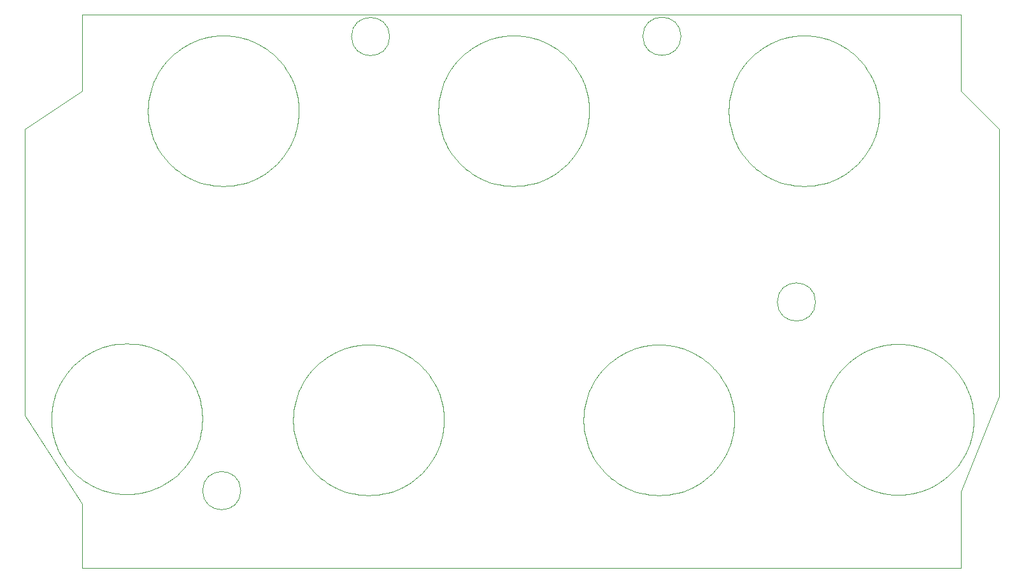
<source format=gbr>
%TF.GenerationSoftware,KiCad,Pcbnew,7.0.9*%
%TF.CreationDate,2024-04-07T12:25:57+10:00*%
%TF.ProjectId,INT-LT-F18,494e542d-4c54-42d4-9631-382e6b696361,rev?*%
%TF.SameCoordinates,Original*%
%TF.FileFunction,Profile,NP*%
%FSLAX46Y46*%
G04 Gerber Fmt 4.6, Leading zero omitted, Abs format (unit mm)*
G04 Created by KiCad (PCBNEW 7.0.9) date 2024-04-07 12:25:57*
%MOMM*%
%LPD*%
G01*
G04 APERTURE LIST*
%TA.AperFunction,Profile*%
%ADD10C,0.100000*%
%TD*%
G04 APERTURE END LIST*
D10*
X76200000Y-45720000D02*
X76200000Y-55880000D01*
X76200000Y-45720000D02*
X193040000Y-45720000D01*
X114942695Y-89707137D02*
X115589288Y-89770095D01*
X116231664Y-89875024D01*
X116867713Y-90021925D01*
X117495328Y-90210797D01*
X118112399Y-90441641D01*
X118716818Y-90714457D01*
X119306476Y-91029244D01*
X119593753Y-91201542D01*
X119873920Y-91382510D01*
X120146845Y-91571920D01*
X120412396Y-91769545D01*
X120670442Y-91975155D01*
X120920850Y-92188523D01*
X121163488Y-92409419D01*
X121398226Y-92637617D01*
X121624931Y-92872887D01*
X121843472Y-93115002D01*
X122053716Y-93363733D01*
X122255532Y-93618851D01*
X122448788Y-93880129D01*
X122633352Y-94147338D01*
X122809093Y-94420251D01*
X122975878Y-94698638D01*
X123133576Y-94982271D01*
X123282055Y-95270923D01*
X123421184Y-95564364D01*
X123550830Y-95862368D01*
X123670862Y-96164704D01*
X123781147Y-96471146D01*
X123881555Y-96781464D01*
X123971953Y-97095431D01*
X124052210Y-97412818D01*
X124122193Y-97733398D01*
X124181771Y-98056941D01*
X124230812Y-98383219D01*
X124269185Y-98712004D01*
X124296757Y-99043069D01*
X124313397Y-99376184D01*
X124318973Y-99711121D01*
X124296757Y-100379175D01*
X124230812Y-101039026D01*
X124122193Y-101688849D01*
X123971953Y-102326816D01*
X123781147Y-102951102D01*
X123550830Y-103559881D01*
X123282055Y-104151327D01*
X122975878Y-104723613D01*
X122633352Y-105274913D01*
X122255532Y-105803401D01*
X121843472Y-106307251D01*
X121398226Y-106784637D01*
X120920850Y-107233732D01*
X120412396Y-107652711D01*
X119873920Y-108039747D01*
X119306476Y-108393014D01*
X118716818Y-108707801D01*
X118112399Y-108980616D01*
X117495328Y-109211459D01*
X116867713Y-109400331D01*
X116231664Y-109547232D01*
X115589288Y-109652161D01*
X114942695Y-109715118D01*
X114293994Y-109736104D01*
X113645292Y-109715118D01*
X112998699Y-109652161D01*
X112356323Y-109547232D01*
X111720273Y-109400331D01*
X111092658Y-109211459D01*
X110475585Y-108980616D01*
X109871165Y-108707801D01*
X109281505Y-108393014D01*
X108994229Y-108220715D01*
X108714062Y-108039747D01*
X108441137Y-107850336D01*
X108175587Y-107652711D01*
X107917542Y-107447100D01*
X107667134Y-107233732D01*
X107424496Y-107012835D01*
X107189758Y-106784637D01*
X106963053Y-106549366D01*
X106744513Y-106307251D01*
X106534269Y-106058520D01*
X106332454Y-105803401D01*
X106139198Y-105542122D01*
X105954634Y-105274913D01*
X105778894Y-105002000D01*
X105612109Y-104723613D01*
X105454411Y-104439979D01*
X105305932Y-104151327D01*
X105166804Y-103857885D01*
X105037158Y-103559881D01*
X104917126Y-103257544D01*
X104806841Y-102951102D01*
X104706433Y-102640784D01*
X104616035Y-102326816D01*
X104535779Y-102009428D01*
X104465796Y-101688849D01*
X104406218Y-101365305D01*
X104357177Y-101039026D01*
X104318804Y-100710240D01*
X104291232Y-100379175D01*
X104274592Y-100046060D01*
X104269016Y-99711121D01*
X104291232Y-99043069D01*
X104357177Y-98383219D01*
X104465796Y-97733398D01*
X104616035Y-97095432D01*
X104806841Y-96471147D01*
X105037158Y-95862369D01*
X105305932Y-95270924D01*
X105612109Y-94698639D01*
X105954634Y-94147340D01*
X106332454Y-93618853D01*
X106744513Y-93115004D01*
X107189758Y-92637619D01*
X107667134Y-92188524D01*
X108175587Y-91769546D01*
X108714062Y-91382511D01*
X109281505Y-91029244D01*
X109871165Y-90714457D01*
X110475585Y-90441641D01*
X111092658Y-90210797D01*
X111720273Y-90021925D01*
X112356323Y-89875024D01*
X112998699Y-89770095D01*
X113645292Y-89707137D01*
X114293994Y-89686151D01*
X114942695Y-89707137D01*
X76200000Y-119380000D02*
X76192385Y-110866051D01*
X173714195Y-83995078D02*
G75*
G03*
X173714195Y-83995078I-2540000J0D01*
G01*
X68580000Y-99060000D02*
X68580000Y-60960000D01*
X198120000Y-96520000D02*
X193040000Y-109220000D01*
X193040000Y-109220000D02*
X193040000Y-119380000D01*
X193040000Y-55880000D02*
X198120000Y-60960000D01*
X82809647Y-89567771D02*
X83456240Y-89630728D01*
X84098616Y-89735657D01*
X84734666Y-89882558D01*
X85362282Y-90071430D01*
X85979353Y-90302274D01*
X86583772Y-90575090D01*
X87173430Y-90889878D01*
X87460707Y-91062176D01*
X87740874Y-91243144D01*
X88013799Y-91432555D01*
X88279350Y-91630179D01*
X88537396Y-91835790D01*
X88787804Y-92049158D01*
X89030443Y-92270054D01*
X89265180Y-92498252D01*
X89491885Y-92733523D01*
X89710425Y-92975638D01*
X89920669Y-93224368D01*
X90122485Y-93479487D01*
X90315740Y-93740765D01*
X90500304Y-94007975D01*
X90676044Y-94280887D01*
X90842829Y-94559274D01*
X91000527Y-94842908D01*
X91149006Y-95131560D01*
X91288134Y-95425001D01*
X91417779Y-95723005D01*
X91537811Y-96025341D01*
X91648096Y-96331783D01*
X91748503Y-96642102D01*
X91838901Y-96956069D01*
X91919157Y-97273457D01*
X91989140Y-97594036D01*
X92048718Y-97917579D01*
X92097759Y-98243858D01*
X92136131Y-98572644D01*
X92163703Y-98903709D01*
X92180343Y-99236824D01*
X92185919Y-99571762D01*
X92163703Y-100239816D01*
X92097759Y-100899666D01*
X91989140Y-101549488D01*
X91838901Y-102187455D01*
X91648096Y-102811741D01*
X91417779Y-103420519D01*
X91149006Y-104011964D01*
X90842829Y-104584250D01*
X90500304Y-105135549D01*
X90122485Y-105664037D01*
X89710425Y-106167886D01*
X89265180Y-106645271D01*
X88787804Y-107094366D01*
X88279350Y-107513344D01*
X87740874Y-107900379D01*
X87173430Y-108253645D01*
X86583772Y-108568432D01*
X85979353Y-108841248D01*
X85362282Y-109072092D01*
X84734666Y-109260964D01*
X84098616Y-109407865D01*
X83456240Y-109512794D01*
X82809647Y-109575752D01*
X82160944Y-109596737D01*
X81512242Y-109575752D01*
X80865648Y-109512794D01*
X80223272Y-109407865D01*
X79587222Y-109260965D01*
X78959607Y-109072092D01*
X78342536Y-108841248D01*
X77738117Y-108568433D01*
X77148459Y-108253645D01*
X76861181Y-108081347D01*
X76581013Y-107900379D01*
X76308088Y-107710968D01*
X76042536Y-107513343D01*
X75784490Y-107307733D01*
X75534082Y-107094365D01*
X75291443Y-106873468D01*
X75056705Y-106645271D01*
X74830000Y-106410000D01*
X74611460Y-106167885D01*
X74401216Y-105919155D01*
X74199401Y-105664036D01*
X74006145Y-105402758D01*
X73821582Y-105135548D01*
X73645841Y-104862636D01*
X73479057Y-104584249D01*
X73321359Y-104300615D01*
X73172881Y-104011964D01*
X73033753Y-103718522D01*
X72904107Y-103420519D01*
X72784076Y-103118182D01*
X72673791Y-102811740D01*
X72573384Y-102501422D01*
X72482987Y-102187455D01*
X72402731Y-101870067D01*
X72332748Y-101549488D01*
X72273170Y-101225945D01*
X72224130Y-100899666D01*
X72185757Y-100570880D01*
X72158185Y-100239816D01*
X72141545Y-99906700D01*
X72135970Y-99571762D01*
X72158185Y-98903709D01*
X72224130Y-98243858D01*
X72332748Y-97594036D01*
X72482987Y-96956069D01*
X72673791Y-96331783D01*
X72904107Y-95723005D01*
X73172881Y-95131560D01*
X73479057Y-94559274D01*
X73821582Y-94007975D01*
X74199401Y-93479487D01*
X74611460Y-92975638D01*
X75056705Y-92498252D01*
X75534082Y-92049158D01*
X76042536Y-91630179D01*
X76581013Y-91243144D01*
X77148459Y-90889878D01*
X77738117Y-90575090D01*
X78342536Y-90302274D01*
X78959607Y-90071430D01*
X79587222Y-89882558D01*
X80223272Y-89735657D01*
X80865648Y-89630728D01*
X81512242Y-89567771D01*
X82160944Y-89546785D01*
X82809647Y-89567771D01*
X153550689Y-89707136D02*
X154197283Y-89770094D01*
X154839660Y-89875023D01*
X155475711Y-90021923D01*
X156103328Y-90210795D01*
X156720402Y-90441639D01*
X157324824Y-90714454D01*
X157914486Y-91029240D01*
X158201762Y-91201538D01*
X158481928Y-91382507D01*
X158754851Y-91571918D01*
X159020402Y-91769542D01*
X159278446Y-91975153D01*
X159528853Y-92188521D01*
X159771491Y-92409417D01*
X160006228Y-92637615D01*
X160232933Y-92872886D01*
X160451472Y-93115001D01*
X160661716Y-93363731D01*
X160863531Y-93618850D01*
X161056787Y-93880128D01*
X161241350Y-94147338D01*
X161417090Y-94420250D01*
X161583875Y-94698637D01*
X161741573Y-94982271D01*
X161890052Y-95270923D01*
X162029180Y-95564364D01*
X162158826Y-95862367D01*
X162278857Y-96164704D01*
X162389143Y-96471146D01*
X162489550Y-96781464D01*
X162579948Y-97095431D01*
X162660204Y-97412818D01*
X162730187Y-97733398D01*
X162789765Y-98056941D01*
X162838807Y-98383219D01*
X162877179Y-98712004D01*
X162904751Y-99043069D01*
X162921391Y-99376184D01*
X162926967Y-99711121D01*
X162904751Y-100379175D01*
X162838807Y-101039026D01*
X162730187Y-101688849D01*
X162579948Y-102326816D01*
X162389143Y-102951102D01*
X162158826Y-103559881D01*
X161890052Y-104151327D01*
X161583875Y-104723613D01*
X161241350Y-105274913D01*
X160863531Y-105803401D01*
X160451472Y-106307251D01*
X160006228Y-106784637D01*
X159528853Y-107233732D01*
X159020402Y-107652711D01*
X158481928Y-108039747D01*
X157914486Y-108393014D01*
X157324824Y-108707801D01*
X156720402Y-108980616D01*
X156103329Y-109211459D01*
X155475712Y-109400331D01*
X154839662Y-109547232D01*
X154197286Y-109652161D01*
X153550692Y-109715118D01*
X152901991Y-109736104D01*
X152253289Y-109715118D01*
X151606696Y-109652161D01*
X150964321Y-109547232D01*
X150328272Y-109400331D01*
X149700657Y-109211459D01*
X149083585Y-108980616D01*
X148479166Y-108707801D01*
X147889507Y-108393014D01*
X147602230Y-108220715D01*
X147322064Y-108039747D01*
X147049139Y-107850336D01*
X146783589Y-107652711D01*
X146525543Y-107447100D01*
X146275136Y-107233732D01*
X146032497Y-107012835D01*
X145797760Y-106784637D01*
X145571055Y-106549366D01*
X145352515Y-106307251D01*
X145142271Y-106058520D01*
X144940456Y-105803401D01*
X144747200Y-105542122D01*
X144562636Y-105274913D01*
X144386896Y-105002000D01*
X144220111Y-104723613D01*
X144062413Y-104439979D01*
X143913934Y-104151327D01*
X143774805Y-103857885D01*
X143645160Y-103559881D01*
X143525128Y-103257544D01*
X143414843Y-102951102D01*
X143314435Y-102640784D01*
X143224037Y-102326816D01*
X143143781Y-102009428D01*
X143073798Y-101688849D01*
X143014220Y-101365305D01*
X142965178Y-101039026D01*
X142926806Y-100710240D01*
X142899234Y-100379175D01*
X142882594Y-100046060D01*
X142877018Y-99711121D01*
X142899234Y-99043069D01*
X142965178Y-98383219D01*
X143073798Y-97733398D01*
X143224037Y-97095432D01*
X143414842Y-96471147D01*
X143645159Y-95862369D01*
X143913933Y-95270924D01*
X144220110Y-94698639D01*
X144562635Y-94147340D01*
X144940454Y-93618853D01*
X145352512Y-93115004D01*
X145797757Y-92637619D01*
X146275132Y-92188524D01*
X146783583Y-91769546D01*
X147322057Y-91382511D01*
X147889499Y-91029244D01*
X148479158Y-90714457D01*
X149083578Y-90441641D01*
X149700650Y-90210797D01*
X150328265Y-90021925D01*
X150964315Y-89875024D01*
X151606691Y-89770094D01*
X152253284Y-89707137D01*
X152901987Y-89686151D01*
X153550689Y-89707136D01*
X117092078Y-48667995D02*
G75*
G03*
X117092078Y-48667995I-2540000J0D01*
G01*
X193040000Y-45720000D02*
X193040000Y-55880000D01*
X185357162Y-89643734D02*
X186003755Y-89706691D01*
X186646131Y-89811620D01*
X187282181Y-89958521D01*
X187909797Y-90147393D01*
X188526868Y-90378237D01*
X189131287Y-90651053D01*
X189720945Y-90965841D01*
X190008222Y-91138139D01*
X190288389Y-91319107D01*
X190561314Y-91508518D01*
X190826865Y-91706142D01*
X191084911Y-91911753D01*
X191335319Y-92125121D01*
X191577958Y-92346017D01*
X191812695Y-92574215D01*
X192039400Y-92809486D01*
X192257940Y-93051601D01*
X192468184Y-93300331D01*
X192670000Y-93555450D01*
X192863255Y-93816728D01*
X193047819Y-94083938D01*
X193223559Y-94356850D01*
X193390344Y-94635237D01*
X193548042Y-94918871D01*
X193696521Y-95207523D01*
X193835649Y-95500964D01*
X193965294Y-95798968D01*
X194085326Y-96101304D01*
X194195611Y-96407746D01*
X194296018Y-96718065D01*
X194386416Y-97032032D01*
X194466672Y-97349420D01*
X194536655Y-97669999D01*
X194596233Y-97993542D01*
X194645274Y-98319821D01*
X194683646Y-98648607D01*
X194711218Y-98979672D01*
X194727858Y-99312787D01*
X194733434Y-99647725D01*
X194711218Y-100315779D01*
X194645274Y-100975629D01*
X194536655Y-101625451D01*
X194386416Y-102263418D01*
X194195611Y-102887704D01*
X193965294Y-103496482D01*
X193696521Y-104087927D01*
X193390344Y-104660213D01*
X193047819Y-105211512D01*
X192670000Y-105740000D01*
X192257940Y-106243849D01*
X191812695Y-106721234D01*
X191335319Y-107170329D01*
X190826865Y-107589307D01*
X190288389Y-107976342D01*
X189720945Y-108329608D01*
X189131287Y-108644395D01*
X188526868Y-108917211D01*
X187909797Y-109148055D01*
X187282181Y-109336927D01*
X186646131Y-109483828D01*
X186003755Y-109588757D01*
X185357162Y-109651715D01*
X184708459Y-109672700D01*
X184059757Y-109651715D01*
X183413163Y-109588757D01*
X182770787Y-109483828D01*
X182134737Y-109336928D01*
X181507122Y-109148055D01*
X180890051Y-108917211D01*
X180285632Y-108644396D01*
X179695974Y-108329608D01*
X179408696Y-108157310D01*
X179128528Y-107976342D01*
X178855603Y-107786931D01*
X178590051Y-107589306D01*
X178332005Y-107383696D01*
X178081597Y-107170328D01*
X177838958Y-106949431D01*
X177604220Y-106721234D01*
X177377515Y-106485963D01*
X177158975Y-106243848D01*
X176948731Y-105995118D01*
X176746916Y-105739999D01*
X176553660Y-105478721D01*
X176369097Y-105211511D01*
X176193356Y-104938599D01*
X176026572Y-104660212D01*
X175868874Y-104376578D01*
X175720396Y-104087927D01*
X175581268Y-103794485D01*
X175451622Y-103496482D01*
X175331591Y-103194145D01*
X175221306Y-102887703D01*
X175120899Y-102577385D01*
X175030502Y-102263418D01*
X174950246Y-101946030D01*
X174880263Y-101625451D01*
X174820685Y-101301908D01*
X174771645Y-100975629D01*
X174733272Y-100646843D01*
X174705700Y-100315779D01*
X174689060Y-99982663D01*
X174683485Y-99647725D01*
X174705700Y-98979672D01*
X174771645Y-98319821D01*
X174880263Y-97669999D01*
X175030502Y-97032032D01*
X175221306Y-96407746D01*
X175451622Y-95798968D01*
X175720396Y-95207523D01*
X176026572Y-94635237D01*
X176369097Y-94083938D01*
X176746916Y-93555450D01*
X177158975Y-93051601D01*
X177604220Y-92574215D01*
X178081597Y-92125121D01*
X178590051Y-91706142D01*
X179128528Y-91319107D01*
X179695974Y-90965841D01*
X180285632Y-90651053D01*
X180890051Y-90378237D01*
X181507122Y-90147393D01*
X182134737Y-89958521D01*
X182770787Y-89811620D01*
X183413163Y-89706691D01*
X184059757Y-89643734D01*
X184708459Y-89622748D01*
X185357162Y-89643734D01*
X68580000Y-60960000D02*
X76200000Y-55880000D01*
X97301398Y-109115064D02*
G75*
G03*
X97301398Y-109115064I-2540000J0D01*
G01*
X95638698Y-48559135D02*
X96285291Y-48622092D01*
X96927667Y-48727021D01*
X97563717Y-48873922D01*
X98191332Y-49062794D01*
X98808404Y-49293638D01*
X99412824Y-49566454D01*
X100002483Y-49881242D01*
X100289760Y-50053540D01*
X100569927Y-50234508D01*
X100842852Y-50423919D01*
X101108403Y-50621543D01*
X101366448Y-50827154D01*
X101616856Y-51040522D01*
X101859494Y-51261418D01*
X102094232Y-51489616D01*
X102320937Y-51724887D01*
X102539477Y-51967002D01*
X102749721Y-52215732D01*
X102951536Y-52470851D01*
X103144792Y-52732129D01*
X103329356Y-52999339D01*
X103505096Y-53272251D01*
X103671881Y-53550638D01*
X103829579Y-53834272D01*
X103978058Y-54122924D01*
X104117186Y-54416365D01*
X104246831Y-54714369D01*
X104366863Y-55016705D01*
X104477148Y-55323147D01*
X104577556Y-55633466D01*
X104667953Y-55947433D01*
X104748210Y-56264821D01*
X104818193Y-56585400D01*
X104877771Y-56908943D01*
X104926812Y-57235222D01*
X104965184Y-57564008D01*
X104992757Y-57895073D01*
X105009396Y-58228188D01*
X105014972Y-58563126D01*
X104992757Y-59231180D01*
X104926812Y-59891030D01*
X104818193Y-60540852D01*
X104667953Y-61178819D01*
X104477148Y-61803105D01*
X104246831Y-62411883D01*
X103978058Y-63003328D01*
X103671881Y-63575614D01*
X103329356Y-64126913D01*
X102951536Y-64655401D01*
X102539477Y-65159250D01*
X102094232Y-65636635D01*
X101616856Y-66085730D01*
X101108403Y-66504708D01*
X100569927Y-66891743D01*
X100002483Y-67245009D01*
X99412824Y-67559796D01*
X98808404Y-67832612D01*
X98191332Y-68063456D01*
X97563717Y-68252328D01*
X96927667Y-68399229D01*
X96285291Y-68504158D01*
X95638698Y-68567116D01*
X94989996Y-68588101D01*
X94341294Y-68567116D01*
X93694700Y-68504158D01*
X93052324Y-68399229D01*
X92416274Y-68252329D01*
X91788659Y-68063456D01*
X91171587Y-67832612D01*
X90567167Y-67559797D01*
X89977508Y-67245009D01*
X89690231Y-67072711D01*
X89410064Y-66891743D01*
X89137140Y-66702332D01*
X88871589Y-66504707D01*
X88613543Y-66299097D01*
X88363136Y-66085729D01*
X88120497Y-65864832D01*
X87885759Y-65636635D01*
X87659055Y-65401364D01*
X87440515Y-65159249D01*
X87230271Y-64910519D01*
X87028455Y-64655400D01*
X86835200Y-64394122D01*
X86650636Y-64126912D01*
X86474895Y-63854000D01*
X86308110Y-63575613D01*
X86150413Y-63291979D01*
X86001934Y-63003328D01*
X85862805Y-62709886D01*
X85733160Y-62411883D01*
X85613128Y-62109546D01*
X85502843Y-61803104D01*
X85402436Y-61492786D01*
X85312038Y-61178819D01*
X85231782Y-60861431D01*
X85161799Y-60540852D01*
X85102221Y-60217309D01*
X85053179Y-59891030D01*
X85014807Y-59562244D01*
X84987235Y-59231180D01*
X84970595Y-58898064D01*
X84965019Y-58563126D01*
X84987235Y-57895073D01*
X85053179Y-57235222D01*
X85161799Y-56585400D01*
X85312038Y-55947433D01*
X85502843Y-55323147D01*
X85733160Y-54714369D01*
X86001934Y-54122924D01*
X86308110Y-53550638D01*
X86650636Y-52999339D01*
X87028455Y-52470851D01*
X87440515Y-51967002D01*
X87885759Y-51489616D01*
X88363136Y-51040522D01*
X88871589Y-50621543D01*
X89410064Y-50234508D01*
X89977508Y-49881242D01*
X90567167Y-49566454D01*
X91171587Y-49293638D01*
X91788659Y-49062794D01*
X92416274Y-48873922D01*
X93052324Y-48727021D01*
X93694700Y-48622092D01*
X94341294Y-48559135D01*
X94989996Y-48538149D01*
X95638698Y-48559135D01*
X172854696Y-48559135D02*
X173501289Y-48622092D01*
X174143665Y-48727021D01*
X174779715Y-48873922D01*
X175407331Y-49062794D01*
X176024402Y-49293638D01*
X176628821Y-49566454D01*
X177218479Y-49881242D01*
X177505756Y-50053540D01*
X177785923Y-50234508D01*
X178058848Y-50423919D01*
X178324399Y-50621543D01*
X178582445Y-50827154D01*
X178832853Y-51040522D01*
X179075492Y-51261418D01*
X179310229Y-51489616D01*
X179536934Y-51724887D01*
X179755474Y-51967002D01*
X179965718Y-52215732D01*
X180167534Y-52470851D01*
X180360789Y-52732129D01*
X180545353Y-52999339D01*
X180721093Y-53272251D01*
X180887878Y-53550638D01*
X181045576Y-53834272D01*
X181194055Y-54122924D01*
X181333183Y-54416365D01*
X181462828Y-54714369D01*
X181582860Y-55016705D01*
X181693145Y-55323147D01*
X181793552Y-55633466D01*
X181883950Y-55947433D01*
X181964206Y-56264821D01*
X182034189Y-56585400D01*
X182093767Y-56908943D01*
X182142808Y-57235222D01*
X182181180Y-57564008D01*
X182208752Y-57895073D01*
X182225392Y-58228188D01*
X182230968Y-58563126D01*
X182208752Y-59231180D01*
X182142808Y-59891030D01*
X182034189Y-60540852D01*
X181883950Y-61178819D01*
X181693145Y-61803105D01*
X181462828Y-62411883D01*
X181194055Y-63003328D01*
X180887878Y-63575614D01*
X180545353Y-64126913D01*
X180167534Y-64655401D01*
X179755474Y-65159250D01*
X179310229Y-65636635D01*
X178832853Y-66085730D01*
X178324399Y-66504708D01*
X177785923Y-66891743D01*
X177218479Y-67245009D01*
X176628821Y-67559796D01*
X176024402Y-67832612D01*
X175407331Y-68063456D01*
X174779715Y-68252328D01*
X174143665Y-68399229D01*
X173501289Y-68504158D01*
X172854696Y-68567116D01*
X172205993Y-68588101D01*
X171557291Y-68567116D01*
X170910697Y-68504158D01*
X170268321Y-68399229D01*
X169632271Y-68252329D01*
X169004656Y-68063456D01*
X168387585Y-67832612D01*
X167783166Y-67559797D01*
X167193508Y-67245009D01*
X166906230Y-67072711D01*
X166626062Y-66891743D01*
X166353137Y-66702332D01*
X166087585Y-66504707D01*
X165829539Y-66299097D01*
X165579131Y-66085729D01*
X165336492Y-65864832D01*
X165101754Y-65636635D01*
X164875049Y-65401364D01*
X164656509Y-65159249D01*
X164446265Y-64910519D01*
X164244450Y-64655400D01*
X164051194Y-64394122D01*
X163866631Y-64126912D01*
X163690890Y-63854000D01*
X163524106Y-63575613D01*
X163366408Y-63291979D01*
X163217930Y-63003328D01*
X163078802Y-62709886D01*
X162949156Y-62411883D01*
X162829125Y-62109546D01*
X162718840Y-61803104D01*
X162618433Y-61492786D01*
X162528036Y-61178819D01*
X162447780Y-60861431D01*
X162377797Y-60540852D01*
X162318219Y-60217309D01*
X162269179Y-59891030D01*
X162230806Y-59562244D01*
X162203234Y-59231180D01*
X162186594Y-58898064D01*
X162181019Y-58563126D01*
X162203234Y-57895073D01*
X162269179Y-57235222D01*
X162377797Y-56585400D01*
X162528036Y-55947433D01*
X162718840Y-55323147D01*
X162949156Y-54714369D01*
X163217930Y-54122924D01*
X163524106Y-53550638D01*
X163866631Y-52999339D01*
X164244450Y-52470851D01*
X164656509Y-51967002D01*
X165101754Y-51489616D01*
X165579131Y-51040522D01*
X166087585Y-50621543D01*
X166626062Y-50234508D01*
X167193508Y-49881242D01*
X167783166Y-49566454D01*
X168387585Y-49293638D01*
X169004656Y-49062794D01*
X169632271Y-48873922D01*
X170268321Y-48727021D01*
X170910697Y-48622092D01*
X171557291Y-48559135D01*
X172205993Y-48538149D01*
X172854696Y-48559135D01*
X193040000Y-119380000D02*
X76200000Y-119380000D01*
X134246693Y-48559135D02*
X134893286Y-48622092D01*
X135535662Y-48727021D01*
X136171712Y-48873922D01*
X136799327Y-49062794D01*
X137416398Y-49293638D01*
X138020818Y-49566454D01*
X138610477Y-49881242D01*
X138897754Y-50053540D01*
X139177920Y-50234508D01*
X139450845Y-50423919D01*
X139716396Y-50621543D01*
X139974441Y-50827154D01*
X140224849Y-51040522D01*
X140467488Y-51261418D01*
X140702225Y-51489616D01*
X140928930Y-51724887D01*
X141147471Y-51967002D01*
X141357715Y-52215732D01*
X141559531Y-52470851D01*
X141752787Y-52732129D01*
X141937351Y-52999339D01*
X142113092Y-53272251D01*
X142279877Y-53550638D01*
X142437576Y-53834272D01*
X142586055Y-54122924D01*
X142725184Y-54416365D01*
X142854830Y-54714369D01*
X142974862Y-55016705D01*
X143085147Y-55323147D01*
X143185555Y-55633466D01*
X143275953Y-55947433D01*
X143356210Y-56264821D01*
X143426193Y-56585400D01*
X143485772Y-56908943D01*
X143534813Y-57235222D01*
X143573186Y-57564008D01*
X143600758Y-57895073D01*
X143617398Y-58228188D01*
X143622974Y-58563126D01*
X143600758Y-59231180D01*
X143534813Y-59891030D01*
X143426193Y-60540852D01*
X143275953Y-61178819D01*
X143085147Y-61803105D01*
X142854830Y-62411883D01*
X142586055Y-63003328D01*
X142279877Y-63575614D01*
X141937351Y-64126913D01*
X141559531Y-64655401D01*
X141147471Y-65159250D01*
X140702225Y-65636635D01*
X140224849Y-66085730D01*
X139716396Y-66504708D01*
X139177920Y-66891743D01*
X138610477Y-67245009D01*
X138020818Y-67559796D01*
X137416398Y-67832612D01*
X136799327Y-68063456D01*
X136171712Y-68252328D01*
X135535662Y-68399229D01*
X134893286Y-68504158D01*
X134246693Y-68567116D01*
X133597992Y-68588101D01*
X132949290Y-68567116D01*
X132302697Y-68504158D01*
X131660321Y-68399229D01*
X131024272Y-68252329D01*
X130396657Y-68063456D01*
X129779585Y-67832612D01*
X129175165Y-67559797D01*
X128585506Y-67245009D01*
X128298229Y-67072711D01*
X128018062Y-66891743D01*
X127745137Y-66702332D01*
X127479587Y-66504707D01*
X127221541Y-66299097D01*
X126971134Y-66085729D01*
X126728495Y-65864832D01*
X126493757Y-65636635D01*
X126267053Y-65401364D01*
X126048512Y-65159249D01*
X125838269Y-64910519D01*
X125636453Y-64655400D01*
X125443197Y-64394122D01*
X125258634Y-64126912D01*
X125082893Y-63854000D01*
X124916108Y-63575613D01*
X124758410Y-63291979D01*
X124609932Y-63003328D01*
X124470803Y-62709886D01*
X124341158Y-62411883D01*
X124221126Y-62109546D01*
X124110841Y-61803104D01*
X124010434Y-61492786D01*
X123920036Y-61178819D01*
X123839780Y-60861431D01*
X123769796Y-60540852D01*
X123710219Y-60217309D01*
X123661177Y-59891030D01*
X123622805Y-59562244D01*
X123595233Y-59231180D01*
X123578593Y-58898064D01*
X123573017Y-58563126D01*
X123595233Y-57895073D01*
X123661177Y-57235222D01*
X123769796Y-56585400D01*
X123920036Y-55947433D01*
X124110841Y-55323147D01*
X124341158Y-54714369D01*
X124609932Y-54122924D01*
X124916108Y-53550638D01*
X125258634Y-52999339D01*
X125636453Y-52470851D01*
X126048512Y-51967002D01*
X126493757Y-51489616D01*
X126971134Y-51040522D01*
X127479587Y-50621543D01*
X128018062Y-50234508D01*
X128585506Y-49881242D01*
X129175165Y-49566454D01*
X129779585Y-49293638D01*
X130396657Y-49062794D01*
X131024272Y-48873922D01*
X131660321Y-48727021D01*
X132302697Y-48622092D01*
X132949290Y-48559135D01*
X133597992Y-48538149D01*
X134246693Y-48559135D01*
X155829259Y-48635168D02*
G75*
G03*
X155829259Y-48635168I-2540000J0D01*
G01*
X76192385Y-110866051D02*
X68580000Y-99060000D01*
X198120000Y-60960000D02*
X198120000Y-96520000D01*
M02*

</source>
